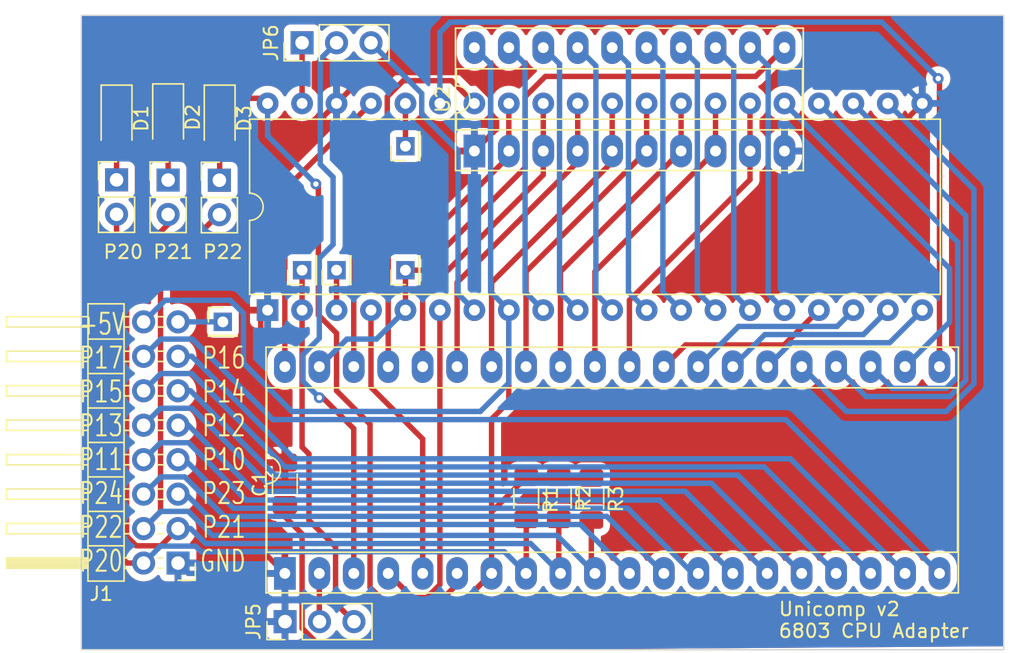
<source format=kicad_pcb>
(kicad_pcb (version 20240108) (generator "pcbnew") (generator_version "8.0")
  (layers (0 "F.Cu" signal) (31 "B.Cu" signal) (34 "B.Paste" user) (35 "F.Paste" user) (36 "B.SilkS" user "B.Silkscreen") (37 "F.SilkS" user "F.Silkscreen") (38 "B.Mask" user) (39 "F.Mask" user) (44 "Edge.Cuts" user))
  (net 0 "")
  (net 1 "+5V")
  (net 2 "GND")
  (net 3 "/P20")
  (net 4 "/P21")
  (net 5 "/P22")
  (net 6 "/~{NMI}")
  (net 7 "/~{IRQ1}")
  (net 8 "/~{RST}")
  (net 9 "/P23")
  (net 10 "/P24")
  (net 11 "/P10")
  (net 12 "/P11")
  (net 13 "/P12")
  (net 14 "/P13")
  (net 15 "/P14")
  (net 16 "/P15")
  (net 17 "/P16")
  (net 18 "/P17")
  (net 19 "/A15")
  (net 20 "/A14")
  (net 21 "/A13")
  (net 22 "/A12")
  (net 23 "/A11")
  (net 24 "/A10")
  (net 25 "/A9")
  (net 26 "/A8")
  (net 27 "/D7")
  (net 28 "/D6")
  (net 29 "/D5")
  (net 30 "/D4")
  (net 31 "/D3")
  (net 32 "/D2")
  (net 33 "/D1")
  (net 34 "/D0")
  (net 35 "/R{slash}~{W}")
  (net 36 "/AS")
  (net 37 "/A0")
  (net 38 "/A1")
  (net 39 "/A2")
  (net 40 "/A3")
  (net 41 "/A4")
  (net 42 "/A5")
  (net 43 "/A6")
  (net 44 "/A7")
  (net 45 "/PHI2")
  (net 46 "/CPUCLK")
  (net 47 "+5C")
  (net 48 "Net-(J1-Pin_15)")
  (net 49 "Net-(D1-A)")
  (net 50 "Net-(D2-A)")
  (net 51 "Net-(D3-A)")
  (net 52 "Net-(J3-Pin_1)")
  (net 53 "Net-(J4-Pin_1)")
  (net 54 "/~{HALT}")
  (net 55 "Net-(JP5-C)")
  (net 56 "Net-(JP6-C)")
  (net 57 "/BA")
  (footprint "Connector_PinHeader_2.54mm:PinHeader_2x08_P2.54mm_Horizontal" (layer "F.Cu") (at 167.132 71.374 180)
    (property "Reference" "J1" (at 5.655 -2.27 0) (layer "F.SilkS"))
    (property "Value" "Conn_02x08_Odd_Even" (hide yes))
    (pad "1" thru_hole rect (at 0 0 180) (size 1.7 1.7) (drill 1) (layers "*.Cu" "*.Mask") (net 2 "GND"))
    (pad "2" thru_hole oval (at 2.54 0 180) (size 1.7 1.7) (drill 1) (layers "*.Cu" "*.Mask") (net 3 "/P20"))
    (pad "3" thru_hole oval (at 0 2.54 180) (size 1.7 1.7) (drill 1) (layers "*.Cu" "*.Mask") (net 4 "/P21"))
    (pad "4" thru_hole oval (at 2.54 2.54 180) (size 1.7 1.7) (drill 1) (layers "*.Cu" "*.Mask") (net 5 "/P22"))
    (pad "5" thru_hole oval (at 0 5.08 180) (size 1.7 1.7) (drill 1) (layers "*.Cu" "*.Mask") (net 9 "/P23"))
    (pad "6" thru_hole oval (at 2.54 5.08 180) (size 1.7 1.7) (drill 1) (layers "*.Cu" "*.Mask") (net 10 "/P24"))
    (pad "7" thru_hole oval (at 0 7.62 180) (size 1.7 1.7) (drill 1) (layers "*.Cu" "*.Mask") (net 11 "/P10"))
    (pad "8" thru_hole oval (at 2.54 7.62 180) (size 1.7 1.7) (drill 1) (layers "*.Cu" "*.Mask") (net 12 "/P11"))
    (pad "9" thru_hole oval (at 0 10.16 180) (size 1.7 1.7) (drill 1) (layers "*.Cu" "*.Mask") (net 13 "/P12"))
    (pad "10" thru_hole oval (at 2.54 10.16 180) (size 1.7 1.7) (drill 1) (layers "*.Cu" "*.Mask") (net 14 "/P13"))
    (pad "11" thru_hole oval (at 0 12.7 180) (size 1.7 1.7) (drill 1) (layers "*.Cu" "*.Mask") (net 15 "/P14"))
    (pad "12" thru_hole oval (at 2.54 12.7 180) (size 1.7 1.7) (drill 1) (layers "*.Cu" "*.Mask") (net 16 "/P15"))
    (pad "13" thru_hole oval (at 0 15.24 180) (size 1.7 1.7) (drill 1) (layers "*.Cu" "*.Mask") (net 17 "/P16"))
    (pad "14" thru_hole oval (at 2.54 15.24 180) (size 1.7 1.7) (drill 1) (layers "*.Cu" "*.Mask") (net 18 "/P17"))
    (pad "15" thru_hole oval (at 0 17.78 180) (size 1.7 1.7) (drill 1) (layers "*.Cu" "*.Mask") (net 48 "Net-(J1-Pin_15)"))
    (pad "16" thru_hole oval (at 2.54 17.78 180) (size 1.7 1.7) (drill 1) (layers "*.Cu" "*.Mask") (net 1 "+5V"))
  )
  (footprint "Connector_PinHeader_2.54mm:PinHeader_1x02_P2.54mm_Vertical" (layer "F.Cu") (at 170.18 43.154)
    (property "Reference" "JP3" (hide yes))
    (property "Value" "Mode")
    (pad "1" thru_hole rect (at 0 0) (size 1.7 1.7) (drill 1) (layers "*.Cu" "*.Mask") (net 51 "Net-(D3-A)"))
    (pad "2" thru_hole oval (at 0 2.54) (size 1.7 1.7) (drill 1) (layers "*.Cu" "*.Mask") (net 5 "/P22"))
  )
  (footprint "Capacitor_SMD:C_1206_3216Metric_Pad1.33x1.80mm_HandSolder" (layer "F.Cu") (at 175.006 65.532 90)
    (property "Reference" "C1" (at 0 -1.85 90) (layer "F.SilkS"))
    (property "Value" "100n")
    (pad "1" smd roundrect (at -1.5625 0 90) (size 1.325 1.8) (layers "F.Cu" "F.Paste" "F.Mask") (roundrect_rratio 0.1886792453) (net 1 "+5V"))
    (pad "2" smd roundrect (at 1.5625 0 90) (size 1.325 1.8) (layers "F.Cu" "F.Paste" "F.Mask") (roundrect_rratio 0.1886792453) (net 2 "GND"))
  )
  (footprint "Connector_PinHeader_2.54mm:PinHeader_1x02_P2.54mm_Vertical" (layer "F.Cu") (at 162.6 43.125)
    (property "Reference" "JP1" (hide yes))
    (property "Value" "Mode")
    (pad "1" thru_hole rect (at 0 0) (size 1.7 1.7) (drill 1) (layers "*.Cu" "*.Mask") (net 49 "Net-(D1-A)"))
    (pad "2" thru_hole oval (at 0 2.54) (size 1.7 1.7) (drill 1) (layers "*.Cu" "*.Mask") (net 3 "/P20"))
  )
  (footprint "Connector_PinHeader_2.54mm:PinHeader_1x03_P2.54mm_Vertical" (layer "F.Cu") (at 175.021 75.692 90)
    (property "Reference" "JP5" (at 0 -2.33 90) (layer "F.SilkS"))
    (property "Value" "HALT/XTAL")
    (pad "1" thru_hole rect (at 0 0 90) (size 1.7 1.7) (drill 1) (layers "*.Cu" "*.Mask") (net 2 "GND"))
    (pad "2" thru_hole oval (at 0 2.54 90) (size 1.7 1.7) (drill 1) (layers "*.Cu" "*.Mask") (net 55 "Net-(JP5-C)"))
    (pad "3" thru_hole oval (at 0 5.08 90) (size 1.7 1.7) (drill 1) (layers "*.Cu" "*.Mask") (net 54 "/~{HALT}"))
  )
  (footprint "Connector_PinHeader_2.00mm:PinHeader_1x01_P2.00mm_Vertical" (layer "F.Cu") (at 183.896 40.64 90)
    (property "Reference" "J4" (hide yes))
    (property "Value" ".")
    (pad "1" thru_hole rect (at 0 0 90) (size 1.35 1.35) (drill 0.8) (layers "*.Cu" "*.Mask") (net 53 "Net-(J4-Pin_1)"))
  )
  (footprint "Package_DIP:DIP-40_W15.24mm" (layer "F.Cu") (at 173.736 52.7304 90)
    (property "Reference" "U3" (hide yes))
    (property "Value" "MC6802")
    (pad "1" thru_hole rect (at 0 0 90) (size 1.6 1.6) (drill 0.8) (layers "*.Cu" "*.Mask") (net 2 "GND"))
    (pad "2" thru_hole oval (at 0 2.54 90) (size 1.6 1.6) (drill 0.8) (layers "*.Cu" "*.Mask") (net 54 "/~{HALT}"))
    (pad "3" thru_hole oval (at 0 5.08 90) (size 1.6 1.6) (drill 0.8) (layers "*.Cu" "*.Mask") (net 52 "Net-(J3-Pin_1)"))
    (pad "4" thru_hole oval (at 0 7.62 90) (size 1.6 1.6) (drill 0.8) (layers "*.Cu" "*.Mask") (net 7 "/~{IRQ1}"))
    (pad "5" thru_hole oval (at 0 10.16 90) (size 1.6 1.6) (drill 0.8) (layers "*.Cu" "*.Mask") (net 36 "/AS"))
    (pad "6" thru_hole oval (at 0 12.7 90) (size 1.6 1.6) (drill 0.8) (layers "*.Cu" "*.Mask") (net 6 "/~{NMI}"))
    (pad "7" thru_hole oval (at 0 15.24 90) (size 1.6 1.6) (drill 0.8) (layers "*.Cu" "*.Mask") (net 57 "/BA"))
    (pad "8" thru_hole oval (at 0 17.78 90) (size 1.6 1.6) (drill 0.8) (layers "*.Cu" "*.Mask") (net 1 "+5V"))
    (pad "9" thru_hole oval (at 0 20.32 90) (size 1.6 1.6) (drill 0.8) (layers "*.Cu" "*.Mask") (net 37 "/A0"))
    (pad "10" thru_hole oval (at 0 22.86 90) (size 1.6 1.6) (drill 0.8) (layers "*.Cu" "*.Mask") (net 38 "/A1"))
    (pad "11" thru_hole oval (at 0 25.4 90) (size 1.6 1.6) (drill 0.8) (layers "*.Cu" "*.Mask") (net 39 "/A2"))
    (pad "12" thru_hole oval (at 0 27.94 90) (size 1.6 1.6) (drill 0.8) (layers "*.Cu" "*.Mask") (net 40 "/A3"))
    (pad "13" thru_hole oval (at 0 30.48 90) (size 1.6 1.6) (drill 0.8) (layers "*.Cu" "*.Mask") (net 41 "/A4"))
    (pad "14" thru_hole oval (at 0 33.02 90) (size 1.6 1.6) (drill 0.8) (layers "*.Cu" "*.Mask") (net 42 "/A5"))
    (pad "15" thru_hole oval (at 0 35.56 90) (size 1.6 1.6) (drill 0.8) (layers "*.Cu" "*.Mask") (net 43 "/A6"))
    (pad "16" thru_hole oval (at 0 38.1 90) (size 1.6 1.6) (drill 0.8) (layers "*.Cu" "*.Mask") (net 44 "/A7"))
    (pad "17" thru_hole oval (at 0 40.64 90) (size 1.6 1.6) (drill 0.8) (layers "*.Cu" "*.Mask") (net 26 "/A8"))
    (pad "18" thru_hole oval (at 0 43.18 90) (size 1.6 1.6) (drill 0.8) (layers "*.Cu" "*.Mask") (net 25 "/A9"))
    (pad "19" thru_hole oval (at 0 45.72 90) (size 1.6 1.6) (drill 0.8) (layers "*.Cu" "*.Mask") (net 24 "/A10"))
    (pad "20" thru_hole oval (at 0 48.26 90) (size 1.6 1.6) (drill 0.8) (layers "*.Cu" "*.Mask") (net 23 "/A11"))
    (pad "21" thru_hole oval (at 15.24 48.26 90) (size 1.6 1.6) (drill 0.8) (layers "*.Cu" "*.Mask") (net 2 "GND"))
    (pad "22" thru_hole oval (at 15.24 45.72 90) (size 1.6 1.6) (drill 0.8) (layers "*.Cu" "*.Mask") (net 22 "/A12"))
    (pad "23" thru_hole oval (at 15.24 43.18 90) (size 1.6 1.6) (drill 0.8) (layers "*.Cu" "*.Mask") (net 21 "/A13"))
    (pad "24" thru_hole oval (at 15.24 40.64 90) (size 1.6 1.6) (drill 0.8) (layers "*.Cu" "*.Mask") (net 20 "/A14"))
    (pad "25" thru_hole oval (at 15.24 38.1 90) (size 1.6 1.6) (drill 0.8) (layers "*.Cu" "*.Mask") (net 19 "/A15"))
    (pad "26" thru_hole oval (at 15.24 35.56 90) (size 1.6 1.6) (drill 0.8) (layers "*.Cu" "*.Mask") (net 27 "/D7"))
    (pad "27" thru_hole oval (at 15.24 33.02 90) (size 1.6 1.6) (drill 0.8) (layers "*.Cu" "*.Mask") (net 28 "/D6"))
    (pad "28" thru_hole oval (at 15.24 30.48 90) (size 1.6 1.6) (drill 0.8) (layers "*.Cu" "*.Mask") (net 29 "/D5"))
    (pad "29" thru_hole oval (at 15.24 27.94 90) (size 1.6 1.6) (drill 0.8) (layers "*.Cu" "*.Mask") (net 30 "/D4"))
    (pad "30" thru_hole oval (at 15.24 25.4 90) (size 1.6 1.6) (drill 0.8) (layers "*.Cu" "*.Mask") (net 31 "/D3"))
    (pad "31" thru_hole oval (at 15.24 22.86 90) (size 1.6 1.6) (drill 0.8) (layers "*.Cu" "*.Mask") (net 32 "/D2"))
    (pad "32" thru_hole oval (at 15.24 20.32 90) (size 1.6 1.6) (drill 0.8) (layers "*.Cu" "*.Mask") (net 33 "/D1"))
    (pad "33" thru_hole oval (at 15.24 17.78 90) (size 1.6 1.6) (drill 0.8) (layers "*.Cu" "*.Mask") (net 34 "/D0"))
    (pad "34" thru_hole oval (at 15.24 15.24 90) (size 1.6 1.6) (drill 0.8) (layers "*.Cu" "*.Mask") (net 35 "/R{slash}~{W}"))
    (pad "35" thru_hole oval (at 15.24 12.7 90) (size 1.6 1.6) (drill 0.8) (layers "*.Cu" "*.Mask") (net 47 "+5C"))
    (pad "36" thru_hole oval (at 15.24 10.16 90) (size 1.6 1.6) (drill 0.8) (layers "*.Cu" "*.Mask") (net 53 "Net-(J4-Pin_1)"))
    (pad "37" thru_hole oval (at 15.24 7.62 90) (size 1.6 1.6) (drill 0.8) (layers "*.Cu" "*.Mask") (net 45 "/PHI2"))
    (pad "38" thru_hole oval (at 15.24 5.08 90) (size 1.6 1.6) (drill 0.8) (layers "*.Cu" "*.Mask") (net 2 "GND"))
    (pad "39" thru_hole oval (at 15.24 2.54 90) (size 1.6 1.6) (drill 0.8) (layers "*.Cu" "*.Mask") (net 46 "/CPUCLK"))
    (pad "40" thru_hole oval (at 15.24 0 90) (size 1.6 1.6) (drill 0.8) (layers "*.Cu" "*.Mask") (net 8 "/~{RST}"))
  )
  (footprint "Resistor_SMD:R_1206_3216Metric_Pad1.30x1.75mm_HandSolder" (layer "F.Cu") (at 197.6 66.65 -90)
    (property "Reference" "R3" (at 0 -1.82 90) (layer "F.SilkS"))
    (property "Value" "22k")
    (pad "1" smd roundrect (at -1.55 0 270) (size 1.3 1.75) (layers "F.Cu" "F.Paste" "F.Mask") (roundrect_rratio 0.1923076923) (net 1 "+5V"))
    (pad "2" smd roundrect (at 1.55 0 270) (size 1.3 1.75) (layers "F.Cu" "F.Paste" "F.Mask") (roundrect_rratio 0.1923076923) (net 5 "/P22"))
  )
  (footprint "Connector_PinHeader_2.54mm:PinHeader_1x02_P2.54mm_Vertical" (layer "F.Cu") (at 166.4 43.139)
    (property "Reference" "JP2" (hide yes))
    (property "Value" "Mode")
    (pad "1" thru_hole rect (at 0 0) (size 1.7 1.7) (drill 1) (layers "*.Cu" "*.Mask") (net 50 "Net-(D2-A)"))
    (pad "2" thru_hole oval (at 0 2.54) (size 1.7 1.7) (drill 1) (layers "*.Cu" "*.Mask") (net 4 "/P21"))
  )
  (footprint "Connector_PinHeader_2.00mm:PinHeader_1x01_P2.00mm_Vertical" (layer "F.Cu") (at 170.434 53.594)
    (property "Reference" "J2" (hide yes))
    (property "Value" ".")
    (pad "1" thru_hole rect (at 0 0) (size 1.35 1.35) (drill 0.8) (layers "*.Cu" "*.Mask") (net 48 "Net-(J1-Pin_15)"))
  )
  (footprint "Connector_PinHeader_2.00mm:PinHeader_1x01_P2.00mm_Vertical" (layer "F.Cu") (at 176.276 49.784 90)
    (property "Reference" "J5" (hide yes))
    (property "Value" ".")
    (pad "1" thru_hole rect (at 0 0 90) (size 1.35 1.35) (drill 0.8) (layers "*.Cu" "*.Mask") (net 54 "/~{HALT}"))
  )
  (footprint "Connector_PinHeader_2.00mm:PinHeader_1x01_P2.00mm_Vertical" (layer "F.Cu") (at 183.896 49.784 90)
    (property "Reference" "J6" (hide yes))
    (property "Value" ".")
    (pad "1" thru_hole rect (at 0 0 90) (size 1.35 1.35) (drill 0.8) (layers "*.Cu" "*.Mask") (net 36 "/AS"))
  )
  (footprint "Diode_SMD:D_1206_3216Metric_Pad1.42x1.75mm_HandSolder" (layer "F.Cu") (at 166.4 38.5125 -90)
    (property "Reference" "D2" (at 0 -1.82 90) (layer "F.SilkS"))
    (property "Value" "1N4148")
    (pad "1" smd roundrect (at -1.4875 0 270) (size 1.425 1.75) (layers "F.Cu" "F.Paste" "F.Mask") (roundrect_rratio 0.1754392982) (net 8 "/~{RST}"))
    (pad "2" smd roundrect (at 1.4875 0 270) (size 1.425 1.75) (layers "F.Cu" "F.Paste" "F.Mask") (roundrect_rratio 0.1754392982) (net 50 "Net-(D2-A)"))
  )
  (footprint "Resistor_SMD:R_1206_3216Metric_Pad1.30x1.75mm_HandSolder" (layer "F.Cu") (at 192.8 66.6 -90)
    (property "Reference" "R1" (at 0.1156 -1.8064 90) (layer "F.SilkS"))
    (property "Value" "22k")
    (pad "1" smd roundrect (at -1.55 0 270) (size 1.3 1.75) (layers "F.Cu" "F.Paste" "F.Mask") (roundrect_rratio 0.1923076923) (net 1 "+5V"))
    (pad "2" smd roundrect (at 1.55 0 270) (size 1.3 1.75) (layers "F.Cu" "F.Paste" "F.Mask") (roundrect_rratio 0.1923076923) (net 3 "/P20"))
  )
  (footprint "Package_DIP:DIP-40_W15.24mm_Socket_LongPads" (layer "F.Cu") (at 175.006 72.136 90)
    (property "Reference" "U1" (hide yes))
    (property "Value" "MC6803")
    (pad "1" thru_hole rect (at 0 0 90) (size 2.4 1.6) (drill 0.8) (layers "*.Cu" "*.Mask") (net 2 "GND"))
    (pad "2" thru_hole oval (at 0 2.54 90) (size 2.4 1.6) (drill 0.8) (layers "*.Cu" "*.Mask") (net 55 "Net-(JP5-C)"))
    (pad "3" thru_hole oval (at 0 5.08 90) (size 2.4 1.6) (drill 0.8) (layers "*.Cu" "*.Mask") (net 56 "Net-(JP6-C)"))
    (pad "4" thru_hole oval (at 0 7.62 90) (size 2.4 1.6) (drill 0.8) (layers "*.Cu" "*.Mask") (net 6 "/~{NMI}"))
    (pad "5" thru_hole oval (at 0 10.16 90) (size 2.4 1.6) (drill 0.8) (layers "*.Cu" "*.Mask") (net 7 "/~{IRQ1}"))
    (pad "6" thru_hole oval (at 0 12.7 90) (size 2.4 1.6) (drill 0.8) (layers "*.Cu" "*.Mask") (net 8 "/~{RST}"))
    (pad "7" thru_hole oval (at 0 15.24 90) (size 2.4 1.6) (drill 0.8) (layers "*.Cu" "*.Mask") (net 1 "+5V"))
    (pad "8" thru_hole oval (at 0 17.78 90) (size 2.4 1.6) (drill 0.8) (layers "*.Cu" "*.Mask") (net 3 "/P20"))
    (pad "9" thru_hole oval (at 0 20.32 90) (size 2.4 1.6) (drill 0.8) (layers "*.Cu" "*.Mask") (net 4 "/P21"))
    (pad "10" thru_hole oval (at 0 22.86 90) (size 2.4 1.6) (drill 0.8) (layers "*.Cu" "*.Mask") (net 5 "/P22"))
    (pad "11" thru_hole oval (at 0 25.4 90) (size 2.4 1.6) (drill 0.8) (layers "*.Cu" "*.Mask") (net 9 "/P23"))
    (pad "12" thru_hole oval (at 0 27.94 90) (size 2.4 1.6) (drill 0.8) (layers "*.Cu" "*.Mask") (net 10 "/P24"))
    (pad "13" thru_hole oval (at 0 30.48 90) (size 2.4 1.6) (drill 0.8) (layers "*.Cu" "*.Mask") (net 11 "/P10"))
    (pad "14" thru_hole oval (at 0 33.02 90) (size 2.4 1.6) (drill 0.8) (layers "*.Cu" "*.Mask") (net 12 "/P11"))
    (pad "15" thru_hole oval (at 0 35.56 90) (size 2.4 1.6) (drill 0.8) (layers "*.Cu" "*.Mask") (net 13 "/P12"))
    (pad "16" thru_hole oval (at 0 38.1 90) (size 2.4 1.6) (drill 0.8) (layers "*.Cu" "*.Mask") (net 14 "/P13"))
    (pad "17" thru_hole oval (at 0 40.64 90) (size 2.4 1.6) (drill 0.8) (layers "*.Cu" "*.Mask") (net 15 "/P14"))
    (pad "18" thru_hole oval (at 0 43.18 90) (size 2.4 1.6) (drill 0.8) (layers "*.Cu" "*.Mask") (net 16 "/P15"))
    (pad "19" thru_hole oval (at 0 45.72 90) (size 2.4 1.6) (drill 0.8) (layers "*.Cu" "*.Mask") (net 17 "/P16"))
    (pad "20" thru_hole oval (at 0 48.26 90) (size 2.4 1.6) (drill 0.8) (layers "*.Cu" "*.Mask") (net 18 "/P17"))
    (pad "21" thru_hole oval (at 15.24 48.26 90) (size 2.4 1.6) (drill 0.8) (layers "*.Cu" "*.Mask") (net 47 "+5C"))
    (pad "22" thru_hole oval (at 15.24 45.72 90) (size 2.4 1.6) (drill 0.8) (layers "*.Cu" "*.Mask") (net 19 "/A15"))
    (pad "23" thru_hole oval (at 15.24 43.18 90) (size 2.4 1.6) (drill 0.8) (layers "*.Cu" "*.Mask") (net 20 "/A14"))
    (pad "24" thru_hole oval (at 15.24 40.64 90) (size 2.4 1.6) (drill 0.8) (layers "*.Cu" "*.Mask") (net 21 "/A13"))
    (pad "25" thru_hole oval (at 15.24 38.1 90) (size 2.4 1.6) (drill 0.8) (layers "*.Cu" "*.Mask") (net 22 "/A12"))
    (pad "26" thru_hole oval (at 15.24 35.56 90) (size 2.4 1.6) (drill 0.8) (layers "*.Cu" "*.Mask") (net 23 "/A11"))
    (pad "27" thru_hole oval (at 15.24 33.02 90) (size 2.4 1.6) (drill 0.8) (layers "*.Cu" "*.Mask") (net 24 "/A10"))
    (pad "28" thru_hole oval (at 15.24 30.48 90) (size 2.4 1.6) (drill 0.8) (layers "*.Cu" "*.Mask") (net 25 "/A9"))
    (pad "29" thru_hole oval (at 15.24 27.94 90) (size 2.4 1.6) (drill 0.8) (layers "*.Cu" "*.Mask") (net 26 "/A8"))
    (pad "30" thru_hole oval (at 15.24 25.4 90) (size 2.4 1.6) (drill 0.8) (layers "*.Cu" "*.Mask") (net 27 "/D7"))
    (pad "31" thru_hole oval (at 15.24 22.86 90) (size 2.4 1.6) (drill 0.8) (layers "*.Cu" "*.Mask") (net 28 "/D6"))
    (pad "32" thru_hole oval (at 15.24 20.32 90) (size 2.4 1.6) (drill 0.8) (layers "*.Cu" "*.Mask") (net 29 "/D5"))
    (pad "33" thru_hole oval (at 15.24 17.78 90) (size 2.4 1.6) (drill 0.8) (layers "*.Cu" "*.Mask") (net 30 "/D4"))
    (pad "34" thru_hole oval (at 15.24 15.24 90) (size 2.4 1.6) (drill 0.8) (layers "*.Cu" "*.Mask") (net 31 "/D3"))
    (pad "35" thru_hole oval (at 15.24 12.7 90) (size 2.4 1.6) (drill 0.8) (layers "*.Cu" "*.Mask") (net 32 "/D2"))
    (pad "36" thru_hole oval (at 15.24 10.16 90) (size 2.4 1.6) (drill 0.8) (layers "*.Cu" "*.Mask") (net 33 "/D1"))
    (pad "37" thru_hole oval (at 15.24 7.62 90) (size 2.4 1.6) (drill 0.8) (layers "*.Cu" "*.Mask") (net 34 "/D0"))
    (pad "38" thru_hole oval (at 15.24 5.08 90) (size 2.4 1.6) (drill 0.8) (layers "*.Cu" "*.Mask") (net 35 "/R{slash}~{W}"))
    (pad "39" thru_hole oval (at 15.24 2.54 90) (size 2.4 1.6) (drill 0.8) (layers "*.Cu" "*.Mask") (net 36 "/AS"))
    (pad "40" thru_hole oval (at 15.24 0 90) (size 2.4 1.6) (drill 0.8) (layers "*.Cu" "*.Mask") (net 45 "/PHI2"))
  )
  (footprint "Connector_PinHeader_2.54mm:PinHeader_1x03_P2.54mm_Vertical" (layer "F.Cu") (at 176.276 33.02 90)
    (property "Reference" "JP6" (at 0 -2.286 90) (layer "F.SilkS"))
    (property "Value" "BA/EXTAL")
    (pad "1" thru_hole rect (at 0 0 90) (size 1.7 1.7) (drill 1) (layers "*.Cu" "*.Mask") (net 46 "/CPUCLK"))
    (pad "2" thru_hole oval (at 0 2.54 90) (size 1.7 1.7) (drill 1) (layers "*.Cu" "*.Mask") (net 56 "Net-(JP6-C)"))
    (pad "3" thru_hole oval (at 0 5.08 90) (size 1.7 1.7) (drill 1) (layers "*.Cu" "*.Mask") (net 57 "/BA"))
  )
  (footprint "Diode_SMD:D_1206_3216Metric_Pad1.42x1.75mm_HandSolder" (layer "F.Cu") (at 170.2 38.6 -90)
    (property "Reference" "D3" (at 0 -1.82 90) (layer "F.SilkS"))
    (property "Value" "1N4148")
    (pad "1" smd roundrect (at -1.4875 0 270) (size 1.425 1.75) (layers "F.Cu" "F.Paste" "F.Mask") (roundrect_rratio 0.1754392982) (net 8 "/~{RST}"))
    (pad "2" smd roundrect (at 1.4875 0 270) (size 1.425 1.75) (layers "F.Cu" "F.Paste" "F.Mask") (roundrect_rratio 0.1754392982) (net 51 "Net-(D3-A)"))
  )
  (footprint "Package_DIP:DIP-20_W7.62mm_Socket_LongPads" (layer "F.Cu") (at 188.976 41 90)
    (property "Reference" "U2" (at 3.81 -2.33 90) (layer "F.SilkS"))
    (property "Value" "74LS573")
    (pad "1" thru_hole rect (at 0 0 90) (size 2.4 1.6) (drill 0.8) (layers "*.Cu" "*.Mask") (net 2 "GND"))
    (pad "2" thru_hole oval (at 0 2.54 90) (size 2.4 1.6) (drill 0.8) (layers "*.Cu" "*.Mask") (net 34 "/D0"))
    (pad "3" thru_hole oval (at 0 5.08 90) (size 2.4 1.6) (drill 0.8) (layers "*.Cu" "*.Mask") (net 33 "/D1"))
    (pad "4" thru_hole oval (at 0 7.62 90) (size 2.4 1.6) (drill 0.8) (layers "*.Cu" "*.Mask") (net 32 "/D2"))
    (pad "5" thru_hole oval (at 0 10.16 90) (size 2.4 1.6) (drill 0.8) (layers "*.Cu" "*.Mask") (net 31 "/D3"))
    (pad "6" thru_hole oval (at 0 12.7 90) (size 2.4 1.6) (drill 0.8) (layers "*.Cu" "*.Mask") (net 30 "/D4"))
    (pad "7" thru_hole oval (at 0 15.24 90) (size 2.4 1.6) (drill 0.8) (layers "*.Cu" "*.Mask") (net 29 "/D5"))
    (pad "8" thru_hole oval (at 0 17.78 90) (size 2.4 1.6) (drill 0.8) (layers "*.Cu" "*.Mask") (net 28 "/D6"))
    (pad "9" thru_hole oval (at 0 20.32 90) (size 2.4 1.6) (drill 0.8) (layers "*.Cu" "*.Mask") (net 27 "/D7"))
    (pad "10" thru_hole oval (at 0 22.86 90) (size 2.4 1.6) (drill 0.8) (layers "*.Cu" "*.Mask") (net 2 "GND"))
    (pad "11" thru_hole oval (at 7.62 22.86 90) (size 2.4 1.6) (drill 0.8) (layers "*.Cu" "*.Mask") (net 36 "/AS"))
    (pad "12" thru_hole oval (at 7.62 20.32 90) (size 2.4 1.6) (drill 0.8) (layers "*.Cu" "*.Mask") (net 44 "/A7"))
    (pad "13" thru_hole oval (at 7.62 17.78 90) (size 2.4 1.6) (drill 0.8) (layers "*.Cu" "*.Mask") (net 43 "/A6"))
    (pad "14" thru_hole oval (at 7.62 15.24 90) (size 2.4 1.6) (drill 0.8) (layers "*.Cu" "*.Mask") (net 42 "/A5"))
    (pad "15" thru_hole oval (at 7.62 12.7 90) (size 2.4 1.6) (drill 0.8) (layers "*.Cu" "*.Mask") (net 41 "/A4"))
    (pad "16" thru_hole oval (at 7.62 10.16 90) (size 2.4 1.6) (drill 0.8) (layers "*.Cu" "*.Mask") (net 40 "/A3"))
    (pad "17" thru_hole oval (at 7.62 7.62 90) (size 2.4 1.6) (drill 0.8) (layers "*.Cu" "*.Mask") (net 39 "/A2"))
    (pad "18" thru_hole oval (at 7.62 5.08 90) (size 2.4 1.6) (drill 0.8) (layers "*.Cu" "*.Mask") (net 38 "/A1"))
    (pad "19" thru_hole oval (at 7.62 2.54 90) (size 2.4 1.6) (drill 0.8) (layers "*.Cu" "*.Mask") (net 37 "/A0"))
    (pad "20" thru_hole oval (at 7.62 0 90) (size 2.4 1.6) (drill 0.8) (layers "*.Cu" "*.Mask") (net 1 "+5V"))
  )
  (footprint "Resistor_SMD:R_1206_3216Metric_Pad1.30x1.75mm_HandSolder" (layer "F.Cu") (at 195.2 66.6 -90)
    (property "Reference" "R2" (at 0 -1.82 90) (layer "F.SilkS"))
    (property "Value" "22k")
    (pad "1" smd roundrect (at -1.55 0 270) (size 1.3 1.75) (layers "F.Cu" "F.Paste" "F.Mask") (roundrect_rratio 0.1923076923) (net 1 "+5V"))
    (pad "2" smd roundrect (at 1.55 0 270) (size 1.3 1.75) (layers "F.Cu" "F.Paste" "F.Mask") (roundrect_rratio 0.1923076923) (net 4 "/P21"))
  )
  (footprint "Diode_SMD:D_1206_3216Metric_Pad1.42x1.75mm_HandSolder" (layer "F.Cu") (at 162.6 38.6 -90)
    (property "Reference" "D1" (at 0 -1.82 90) (layer "F.SilkS"))
    (property "Value" "1N4148")
    (pad "1" smd roundrect (at -1.4875 0 270) (size 1.425 1.75) (layers "F.Cu" "F.Paste" "F.Mask") (roundrect_rratio 0.1754392982) (net 8 "/~{RST}"))
    (pad "2" smd roundrect (at 1.4875 0 270) (size 1.425 1.75) (layers "F.Cu" "F.Paste" "F.Mask") (roundrect_rratio 0.1754392982) (net 49 "Net-(D1-A)"))
  )
  (footprint "Connector_PinHeader_2.00mm:PinHeader_1x01_P2.00mm_Vertical" (layer "F.Cu") (at 178.816 49.784 90)
    (property "Reference" "J3" (hide yes))
    (property "Value" ".")
    (pad "1" thru_hole rect (at 0 0 90) (size 1.35 1.35) (drill 0.8) (layers "*.Cu" "*.Mask") (net 52 "Net-(J3-Pin_1)"))
  )
  (gr_rect (start 160 31) (end 228 77.762) (stroke (width 0.1)) (fill none) (layer "Edge.Cuts"))
  (gr_text "P16\nP14\nP12\nP10\nP23\nP21\nGND" (at 172.212 72.136 0) (layer "F.SilkS") (effects (font (size 1.55 1.1)) (justify right bottom)))
  (gr_text "P20 P21 P22" (at 161.544 49.022 0) (layer "F.SilkS") (effects (font (size 1 1)) (justify left bottom)))
  (gr_text "Unicomp v2\n6803 CPU Adapter" (at 211.328 76.962 0) (layer "F.SilkS") (effects (font (size 1 1)) (justify left bottom)))
  (gr_text "+5V\nP17\nP15\nP13\nP11\nP24\nP22\nP20" (at 159.766 72.136 0) (layer "F.SilkS") (effects (font (size 1.55 1.1)) (justify left bottom)))
  (segment (start 192.85 65.1) (end 192.8 65.05) (width 0.4) (layer "F.Cu") (net 1))
  (segment (start 192.8 65.05) (end 190.246 67.604) (width 0.4) (layer "F.Cu") (net 1))
  (segment (start 176.276 76.174767) (end 176.276 69.223056) (width 0.4) (layer "F.Cu") (net 1))
  (segment (start 185.166 77.216) (end 177.317233 77.216) (width 0.4) (layer "F.Cu") (net 1))
  (segment (start 175.006 67.953056) (end 175.006 67.0945) (width 0.4) (layer "F.Cu") (net 1))
  (segment (start 176.276 69.223056) (end 175.006 67.953056) (width 0.4) (layer "F.Cu") (net 1))
  (segment (start 197.6 65.1) (end 192.85 65.1) (width 0.4) (layer "F.Cu") (net 1))
  (segment (start 191.516 59.484) (end 191.516 52.7304) (width 0.4) (layer "F.Cu") (net 1))
  (segment (start 177.317233 77.216) (end 176.276 76.174767) (width 0.4) (layer "F.Cu") (net 1))
  (segment (start 190.246 60.754) (end 191.516 59.484) (width 0.4) (layer "F.Cu") (net 1))
  (segment (start 190.246 72.136) (end 190.246 60.754) (width 0.4) (layer "F.Cu") (net 1))
  (segment (start 190.246 72.136) (end 185.166 77.216) (width 0.4) (layer "F.Cu") (net 1))
  (segment (start 190.176 34.58) (end 188.976 33.38) (width 0.4) (layer "B.Cu") (net 1))
  (segment (start 191.516 58.098082) (end 191.516 52.7304) (width 0.4) (layer "B.Cu") (net 1))
  (segment (start 171.958 56.642) (end 175.514 60.198) (width 0.4) (layer "B.Cu") (net 1))
  (segment (start 164.592 53.594) (end 166.186 52) (width 0.4) (layer "B.Cu") (net 1))
  (segment (start 166.186 52) (end 170.99 52) (width 0.4) (layer "B.Cu") (net 1))
  (segment (start 189.416082 60.198) (end 191.516 58.098082) (width 0.4) (layer "B.Cu") (net 1))
  (segment (start 171.958 52.968) (end 171.958 56.642) (width 0.4) (layer "B.Cu") (net 1))
  (segment (start 170.99 52) (end 171.958 52.968) (width 0.4) (layer "B.Cu") (net 1))
  (segment (start 190.176 51.3904) (end 190.176 34.58) (width 0.4) (layer "B.Cu") (net 1))
  (segment (start 175.514 60.198) (end 189.416082 60.198) (width 0.4) (layer "B.Cu") (net 1))
  (segment (start 190.176 51.3904) (end 191.516 52.7304) (width 0.4) (layer "B.Cu") (net 1))
  (segment (start 188.976 41) (end 190.176 39.8) (width 0.4) (layer "F.Cu") (net 2))
  (segment (start 173.228 53.2384) (end 173.228 62.23) (width 0.4) (layer "F.Cu") (net 2))
  (segment (start 211.836 41) (end 218.4864 41) (width 0.4) (layer "F.Cu") (net 2))
  (segment (start 174.9675 63.9695) (end 173.228 62.23) (width 0.4) (layer "F.Cu") (net 2))
  (segment (start 175.006 63.9695) (end 174.9675 63.9695) (width 0.4) (layer "F.Cu") (net 2))
  (segment (start 175.021 75.692) (end 175.021 72.151) (width 0.4) (layer "F.Cu") (net 2))
  (segment (start 181.0924 35.214) (end 178.816 37.4904) (width 0.4) (layer "F.Cu") (net 2))
  (segment (start 173.228 62.23) (end 173.228 70.358) (width 0.4) (layer "F.Cu") (net 2))
  (segment (start 173.228 70.358) (end 175.006 72.136) (width 0.4) (layer "F.Cu") (net 2))
  (segment (start 173.736 42.5704) (end 173.736 52.7304) (width 0.4) (layer "F.Cu") (net 2))
  (segment (start 173.9392 42.3672) (end 173.736 42.5704) (width 0.4) (layer "F.Cu") (net 2))
  (segment (start 218.4864 41) (end 221.996 37.4904) (width 0.4) (layer "F.Cu") (net 2))
  (segment (start 178.816 37.4904) (end 173.9392 42.3672) (width 0.4) (layer "F.Cu") (net 2))
  (segment (start 173.736 52.7304) (end 173.228 53.2384) (width 0.4) (layer "F.Cu") (net 2))
  (segment (start 188.396657 35.214) (end 181.0924 35.214) (width 0.4) (layer "F.Cu") (net 2))
  (segment (start 190.176 36.993343) (end 188.396657 35.214) (width 0.4) (layer "F.Cu") (net 2))
  (segment (start 190.176 39.8) (end 190.176 36.993343) (width 0.4) (layer "F.Cu") (net 2))
  (segment (start 175.021 72.151) (end 175.006 72.136) (width 0.4) (layer "F.Cu") (net 2))
  (segment (start 175.006 72.136) (end 167.894 72.136) (width 0.4) (layer "B.Cu") (net 2))
  (segment (start 214.0904 36.2904) (end 220.796 36.2904) (width 0.4) (layer "B.Cu") (net 2))
  (segment (start 167.894 72.136) (end 167.132 71.374) (width 0.4) (layer "B.Cu") (net 2))
  (segment (start 220.796 36.2904) (end 221.996 37.4904) (width 0.4) (layer "B.Cu") (net 2))
  (segment (start 162.56 70.544081) (end 163.389919 71.374) (width 0.4) (layer "F.Cu") (net 3))
  (segment (start 162.6 45.665) (end 162.6 49.262) (width 0.4) (layer "F.Cu") (net 3))
  (segment (start 163.389919 71.374) (end 164.592 71.374) (width 0.4) (layer "F.Cu") (net 3))
  (segment (start 162.56 49.302) (end 162.56 70.544081) (width 0.4) (layer "F.Cu") (net 3))
  (segment (start 192.8 68.15) (end 192.8 72.122) (width 0.4) (layer "F.Cu") (net 3))
  (segment (start 162.6 49.262) (end 162.56 49.302) (width 0.4) (layer "F.Cu") (net 3))
  (segment (start 192.8 72.122) (end 192.786 72.136) (width 0.4) (layer "F.Cu") (net 3))
  (segment (start 168.422 70.124) (end 165.842 70.124) (width 0.4) (layer "B.Cu") (net 3))
  (segment (start 170.677056 70.542) (end 168.84 70.542) (width 0.4) (layer "B.Cu") (net 3))
  (segment (start 168.84 70.542) (end 168.422 70.124) (width 0.4) (layer "B.Cu") (net 3))
  (segment (start 191.186 70.536) (end 170.683056 70.536) (width 0.4) (layer "B.Cu") (net 3))
  (segment (start 165.842 70.124) (end 164.592 71.374) (width 0.4) (layer "B.Cu") (net 3))
  (segment (start 192.786 72.136) (end 191.186 70.536) (width 0.4) (layer "B.Cu") (net 3))
  (segment (start 170.683056 70.536) (end 170.677056 70.542) (width 0.4) (layer "B.Cu") (net 3))
  (segment (start 163.342 49.458) (end 163.342 69.391767) (width 0.4) (layer "F.Cu") (net 4))
  (segment (start 195.2 68.15) (end 195.2 72.01) (width 0.4) (layer "F.Cu") (net 4))
  (segment (start 165.862 70.104) (end 167.132 68.834) (width 0.4) (layer "F.Cu") (net 4))
  (segment (start 163.342 69.391767) (end 164.054233 70.104) (width 0.4) (layer "F.Cu") (net 4))
  (segment (start 164.054233 70.104) (end 165.862 70.104) (width 0.4) (layer "F.Cu") (net 4))
  (segment (start 166.4 46.4) (end 163.342 49.458) (width 0.4) (layer "F.Cu") (net 4))
  (segment (start 166.4 45.679) (end 166.4 46.4) (width 0.4) (layer "F.Cu") (net 4))
  (segment (start 195.2 72.01) (end 195.326 72.136) (width 0.4) (layer "F.Cu") (net 4))
  (segment (start 169.163472 69.936) (end 168.061472 68.834) (width 0.4) (layer "B.Cu") (net 4))
  (segment (start 195.326 72.136) (end 193.126 69.936) (width 0.4) (layer "B.Cu") (net 4))
  (segment (start 193.126 69.936) (end 169.163472 69.936) (width 0.4) (layer "B.Cu") (net 4))
  (segment (start 168.061472 68.834) (end 167.132 68.834) (width 0.4) (layer "B.Cu") (net 4))
  (segment (start 197.6 68.2) (end 197.6 71.87) (width 0.4) (layer "F.Cu") (net 5))
  (segment (start 170.106 45.694) (end 170.18 45.694) (width 0.4) (layer "F.Cu") (net 5))
  (segment (start 197.6 71.87) (end 197.866 72.136) (width 0.4) (layer "F.Cu") (net 5))
  (segment (start 165.842 67.584) (end 165.842 49.958) (width 0.4) (layer "F.Cu") (net 5))
  (segment (start 165.842 49.958) (end 170.106 45.694) (width 0.4) (layer "F.Cu") (net 5))
  (segment (start 164.592 68.834) (end 165.842 67.584) (width 0.4) (layer "F.Cu") (net 5))
  (segment (start 167.894 67.564) (end 165.862 67.564) (width 0.4) (layer "B.Cu") (net 5))
  (segment (start 165.862 67.564) (end 164.592 68.834) (width 0.4) (layer "B.Cu") (net 5))
  (segment (start 197.866 72.136) (end 195.066 69.336) (width 0.4) (layer "B.Cu") (net 5))
  (segment (start 169.666 69.336) (end 167.894 67.564) (width 0.4) (layer "B.Cu") (net 5))
  (segment (start 195.066 69.336) (end 169.666 69.336) (width 0.4) (layer "B.Cu") (net 5))
  (segment (start 185.485056 73.914) (end 184.404 73.914) (width 0.4) (layer "F.Cu") (net 6))
  (segment (start 186.436 52.7304) (end 186.436 72.963056) (width 0.4) (layer "F.Cu") (net 6))
  (segment (start 186.436 72.963056) (end 185.485056 73.914) (width 0.4) (layer "F.Cu") (net 6))
  (segment (start 184.404 73.914) (end 182.626 72.136) (width 0.4) (layer "F.Cu") (net 6))
  (segment (start 181.356 52.7304) (end 181.356 58.42) (width 0.4) (layer "F.Cu") (net 7))
  (segment (start 181.356 58.42) (end 185.166 62.23) (width 0.4) (layer "F.Cu") (net 7))
  (segment (start 185.166 62.23) (end 185.166 72.136) (width 0.4) (layer "F.Cu") (net 7))
  (segment (start 178.816 58.674) (end 178.816 54.427457) (width 0.4) (layer "F.Cu") (net 8))
  (segment (start 177.476 43.618) (end 177.292 43.434) (width 0.4) (layer "F.Cu") (net 8))
  (segment (start 177.476 53.087457) (end 177.476 43.618) (width 0.4) (layer "F.Cu") (net 8))
  (segment (start 170.2 37.1125) (end 173.3581 37.1125) (width 0.4) (layer "F.Cu") (net 8))
  (segment (start 173.3581 37.1125) (end 173.736 37.4904) (width 0.4) (layer "F.Cu") (net 8))
  (segment (start 181.286 73.174) (end 181.286 61.144) (width 0.4) (layer "F.Cu") (net 8))
  (segment (start 187.706 72.936) (end 186.128 74.514) (width 0.4) (layer "F.Cu") (net 8))
  (segment (start 182.626 74.514) (end 181.286 73.174) (width 0.4) (layer "F.Cu") (net 8))
  (segment (start 181.286 61.144) (end 178.816 58.674) (width 0.4) (layer "F.Cu") (net 8))
  (segment (start 187.706 72.136) (end 187.706 72.936) (width 0.4) (layer "F.Cu") (net 8))
  (segment (start 186.128 74.514) (end 182.626 74.514) (width 0.4) (layer "F.Cu") (net 8))
  (segment (start 162.6 37.1125) (end 170.2 37.1125) (width 0.4) (layer "F.Cu") (net 8))
  (segment (start 178.816 54.427457) (end 177.476 53.087457) (width 0.4) (layer "F.Cu") (net 8))
  (via (at 177.292 43.434) (size 0.8) (drill 0.4) (layers "F.Cu" "B.Cu") (net 8))
  (segment (start 173.736 39.878) (end 173.736 37.4904) (width 0.4) (layer "B.Cu") (net 8))
  (segment (start 177.292 43.434) (end 173.736 39.878) (width 0.4) (layer "B.Cu") (net 8))
  (segment (start 169.95336 68.532) (end 167.71536 66.294) (width 0.4) (layer "B.Cu") (net 9))
  (segment (start 167.71536 66.294) (end 167.132 66.294) (width 0.4) (layer "B.Cu") (net 9))
  (segment (start 196.802 68.532) (end 169.95336 68.532) (width 0.4) (layer "B.Cu") (net 9))
  (segment (start 200.406 72.136) (end 196.802 68.532) (width 0.4) (layer "B.Cu") (net 9))
  (segment (start 198.742 67.932) (end 170.537767 67.932) (width 0.4) (layer "B.Cu") (net 10))
  (segment (start 165.862 65.024) (end 164.592 66.294) (width 0.4) (layer "B.Cu") (net 10))
  (segment (start 202.946 72.136) (end 198.742 67.932) (width 0.4) (layer "B.Cu") (net 10))
  (segment (start 167.629767 65.024) (end 165.862 65.024) (width 0.4) (layer "B.Cu") (net 10))
  (segment (start 170.537767 67.932) (end 167.629767 65.024) (width 0.4) (layer "B.Cu") (net 10))
  (segment (start 205.086 72.136) (end 200.282 67.332) (width 0.4) (layer "B.Cu") (net 11))
  (segment (start 205.486 72.136) (end 205.086 72.136) (width 0.4) (layer "B.Cu") (net 11))
  (segment (start 171.218 67.332) (end 167.64 63.754) (width 0.4) (layer "B.Cu") (net 11))
  (segment (start 200.282 67.332) (end 171.218 67.332) (width 0.4) (layer "B.Cu") (net 11))
  (segment (start 167.64 63.754) (end 167.132 63.754) (width 0.4) (layer "B.Cu") (net 11))
  (segment (start 202.622 66.732) (end 172.142 66.732) (width 0.4) (layer "B.Cu") (net 12))
  (segment (start 165.842 62.504) (end 164.592 63.754) (width 0.4) (layer "B.Cu") (net 12))
  (segment (start 167.914 62.504) (end 165.842 62.504) (width 0.4) (layer "B.Cu") (net 12))
  (segment (start 172.142 66.732) (end 167.914 62.504) (width 0.4) (layer "B.Cu") (net 12))
  (segment (start 208.026 72.136) (end 202.622 66.732) (width 0.4) (layer "B.Cu") (net 12))
  (segment (start 167.894 61.214) (end 167.132 61.214) (width 0.4) (layer "B.Cu") (net 13))
  (segment (start 204.518 66.088) (end 172.768 66.088) (width 0.4) (layer "B.Cu") (net 13))
  (segment (start 210.566 72.136) (end 204.518 66.088) (width 0.4) (layer "B.Cu") (net 13))
  (segment (start 172.768 66.088) (end 167.894 61.214) (width 0.4) (layer "B.Cu") (net 13))
  (segment (start 206.458 65.488) (end 173.692 65.488) (width 0.4) (layer "B.Cu") (net 14))
  (segment (start 213.106 72.136) (end 206.458 65.488) (width 0.4) (layer "B.Cu") (net 14))
  (segment (start 165.842 59.964) (end 164.592 61.214) (width 0.4) (layer "B.Cu") (net 14))
  (segment (start 173.692 65.488) (end 168.168 59.964) (width 0.4) (layer "B.Cu") (net 14))
  (segment (start 168.168 59.964) (end 165.842 59.964) (width 0.4) (layer "B.Cu") (net 14))
  (segment (start 168.051239 58.674) (end 167.132 58.674) (width 0.4) (layer "B.Cu") (net 15))
  (segment (start 215.646 72.136) (end 208.398 64.888) (width 0.4) (layer "B.Cu") (net 15))
  (segment (start 174.265239 64.888) (end 168.051239 58.674) (width 0.4) (layer "B.Cu") (net 15))
  (segment (start 208.398 64.888) (end 174.265239 64.888) (width 0.4) (layer "B.Cu") (net 15))
  (segment (start 218.186 72.136) (end 210.338 64.288) (width 0.4) (layer "B.Cu") (net 16))
  (segment (start 168.148 57.404) (end 165.862 57.404) (width 0.4) (layer "B.Cu") (net 16))
  (segment (start 175.032 64.288) (end 168.148 57.404) (width 0.4) (layer "B.Cu") (net 16))
  (segment (start 210.338 64.288) (end 175.032 64.288) (width 0.4) (layer "B.Cu") (net 16))
  (segment (start 165.862 57.404) (end 164.592 58.674) (width 0.4) (layer "B.Cu") (net 16))
  (segment (start 175.702 63.688) (end 168.148 56.134) (width 0.4) (layer "B.Cu") (net 17))
  (segment (start 220.726 72.136) (end 212.278 63.688) (width 0.4) (layer "B.Cu") (net 17))
  (segment (start 212.278 63.688) (end 175.702 63.688) (width 0.4) (layer "B.Cu") (net 17))
  (segment (start 168.148 56.134) (end 167.132 56.134) (width 0.4) (layer "B.Cu") (net 17))
  (segment (start 174.125264 60.798) (end 168.191264 54.864) (width 0.4) (layer "B.Cu") (net 18))
  (segment (start 165.862 54.864) (end 164.592 56.134) (width 0.4) (layer "B.Cu") (net 18))
  (segment (start 223.266 72.136) (end 211.928 60.798) (width 0.4) (layer "B.Cu") (net 18))
  (segment (start 168.191264 54.864) (end 165.862 54.864) (width 0.4) (layer "B.Cu") (net 18))
  (segment (start 211.928 60.798) (end 174.125264 60.798) (width 0.4) (layer "B.Cu") (net 18))
  (segment (start 224.006 53.616) (end 220.726 56.896) (width 0.4) (layer "B.Cu") (net 19))
  (segment (start 224.006 49.6604) (end 224.006 53.616) (width 0.4) (layer "B.Cu") (net 19))
  (segment (start 211.836 37.4904) (end 224.006 49.6604) (width 0.4) (layer "B.Cu") (net 19))
  (segment (start 223.763056 58.496) (end 219.786 58.496) (width 0.4) (layer "B.Cu") (net 20))
  (segment (start 219.786 58.496) (end 218.186 56.896) (width 0.4) (layer "B.Cu") (net 20))
  (segment (start 224.606 47.7204) (end 224.606 57.653056) (width 0.4) (layer "B.Cu") (net 20))
  (segment (start 224.606 57.653056) (end 223.763056 58.496) (width 0.4) (layer "B.Cu") (net 20))
  (segment (start 214.376 37.4904) (end 224.606 47.7204) (width 0.4) (layer "B.Cu") (net 20))
  (segment (start 216.916 37.4904) (end 225.206 45.7804) (width 0.4) (layer "B.Cu") (net 21))
  (segment (start 225.206 57.901584) (end 224.011584 59.096) (width 0.4) (layer "B.Cu") (net 21))
  (segment (start 217.846 59.096) (end 215.646 56.896) (width 0.4) (layer "B.Cu") (net 21))
  (segment (start 224.011584 59.096) (end 217.846 59.096) (width 0.4) (layer "B.Cu") (net 21))
  (segment (start 225.206 45.7804) (end 225.206 57.901584) (width 0.4) (layer "B.Cu") (net 21))
  (segment (start 225.806 43.8404) (end 225.806 58.150112) (width 0.4) (layer "B.Cu") (net 22))
  (segment (start 219.456 37.4904) (end 225.806 43.8404) (width 0.4) (layer "B.Cu") (net 22))
  (segment (start 225.806 58.150112) (end 223.758112 60.198) (width 0.4) (layer "B.Cu") (net 22))
  (segment (start 216.408 60.198) (end 213.106 56.896) (width 0.4) (layer "B.Cu") (net 22))
  (segment (start 223.758112 60.198) (end 216.408 60.198) (width 0.4) (layer "B.Cu") (net 22))
  (segment (start 219.596 55.1304) (end 221.996 52.7304) (width 0.4) (layer "B.Cu") (net 23))
  (segment (start 210.566 56.896) (end 212.3316 55.1304) (width 0.4) (layer "B.Cu") (net 23))
  (segment (start 212.3316 55.1304) (end 219.596 55.1304) (width 0.4) (layer "B.Cu") (net 23))
  (segment (start 208.026 56.896) (end 210.3916 54.5304) (width 0.4) (layer "B.Cu") (net 24))
  (segment (start 217.656 54.5304) (end 219.456 52.7304) (width 0.4) (layer "B.Cu") (net 24))
  (segment (start 210.3916 54.5304) (end 217.656 54.5304) (width 0.4) (layer "B.Cu") (net 24))
  (segment (start 208.4516 53.9304) (end 215.716 53.9304) (width 0.4) (layer "B.Cu") (net 25))
  (segment (start 215.716 53.9304) (end 216.916 52.7304) (width 0.4) (layer "B.Cu") (net 25))
  (segment (start 205.486 56.896) (end 208.4516 53.9304) (width 0.4) (layer "B.Cu") (net 25))
  (segment (start 204.546 55.296) (end 202.946 56.896) (width 0.4) (layer "F.Cu") (net 26))
  (segment (start 211.8104 55.296) (end 204.546 55.296) (width 0.4) (layer "F.Cu") (net 26))
  (segment (start 214.376 52.7304) (end 211.8104 55.296) (width 0.4) (layer "F.Cu") (net 26))
  (segment (start 209.296 41) (end 209.296 43.11) (width 0.4) (layer "F.Cu") (net 27))
  (segment (start 200.406 56.896) (end 200.406 52) (width 0.4) (layer "F.Cu") (net 27))
  (segment (start 209.296 43.11) (end 200.406 52) (width 0.4) (layer "F.Cu") (net 27))
  (segment (start 209.296 37.4904) (end 209.296 41) (width 0.4) (layer "F.Cu") (net 27))
  (segment (start 206.756 37.4904) (end 206.756 41) (width 0.4) (layer "F.Cu") (net 28))
  (segment (start 197.866 49.89) (end 197.866 56.896) (width 0.4) (layer "F.Cu") (net 28))
  (segment (start 206.756 41) (end 197.866 49.89) (width 0.4) (layer "F.Cu") (net 28))
  (segment (start 204.216 37.4904) (end 204.216 41) (width 0.4) (layer "F.Cu") (net 29))
  (segment (start 204.216 41) (end 195.326 49.89) (width 0.4) (layer "F.Cu") (net 29))
  (segment (start 195.326 49.89) (end 195.326 56.896) (width 0.4) (layer "F.Cu") (net 29))
  (segment (start 192.786 49.89) (end 192.786 56.896) (width 0.4) (layer "F.Cu") (net 30))
  (segment (start 201.676 37.4904) (end 201.676 41) (width 0.4) (layer "F.Cu") (net 30))
  (segment (start 201.676 41) (end 192.786 49.89) (width 0.4) (layer "F.Cu") (net 30))
  (segment (start 190.246 50.69) (end 190.246 56.896) (width 0.4) (layer "F.Cu") (net 31))
  (segment (start 199.136 41.8) (end 190.246 50.69) (width 0.4) (layer "F.Cu") (net 31))
  (segment (start 199.136 37.4904) (end 199.136 41) (width 0.4) (layer "F.Cu") (net 31))
  (segment (start 199.136 41) (end 199.136 41.8) (width 0.4) (layer "F.Cu") (net 31))
  (segment (start 196.596 41) (end 196.596 41.8) (width 0.4) (layer "F.Cu") (net 32))
  (segment (start 187.706 50.69) (end 187.706 56.896) (width 0.4) (layer "F.Cu") (net 32))
  (segment (start 196.596 41.8) (end 187.706 50.69) (width 0.4) (layer "F.Cu") (net 32))
  (segment (start 196.596 37.4904) (end 196.596 41) (width 0.4) (layer "F.Cu") (net 32))
  (segment (start 194.056 42.758528) (end 185.166 51.648528) (width 0.4) (layer "F.Cu") (net 33))
  (segment (start 185.166 51.648528) (end 185.166 56.896) (width 0.4) (layer "F.Cu") (net 33))
  (segment (start 194.056 41) (end 194.056 42.758528) (width 0.4) (layer "F.Cu") (net 33))
  (segment (start 194.056 41) (end 194.056 37.4904) (width 0.4) (layer "F.Cu") (net 33))
  (segment (start 191.516 41.402) (end 186.827328 46.090672) (width 0.4) (layer "F.Cu") (net 34))
  (segment (start 182.626 48.006) (end 182.626 56.896) (width 0.4) (layer "F.Cu") (net 34))
  (segment (start 191.516 37.4904) (end 191.516 41) (width 0.4) (layer "F.Cu") (net 34))
  (segment (start 184.541328 46.090672) (end 182.626 48.006) (width 0.4) (layer "F.Cu") (net 34))
  (segment (start 186.827328 46.090672) (end 184.541328 46.090672) (width 0.4) (layer "F.Cu") (net 34))
  (segment (start 191.516 41) (end 191.516 41.402) (width 0.4) (layer "F.Cu") (net 34))
  (segment (start 183.735343 35.814) (end 182.556 36.993343) (width 0.4) (layer "F.Cu") (net 35))
  (segment (start 188.976 37.4904) (end 187.2996 35.814) (width 0.4) (layer "F.Cu") (net 35))
  (segment (start 187.2996 35.814) (end 183.735343 35.814) (width 0.4) (layer "F.Cu") (net 35))
  (segment (start 180.086 56.896) (end 180.086 46.3804) (width 0.4) (layer "F.Cu") (net 35))
  (segment (start 182.556 36.993343) (end 182.556 43.9104) (width 0.4) (layer "F.Cu") (net 35))
  (segment (start 182.556 43.9104) (end 180.086 46.3804) (width 0.4) (layer "F.Cu") (net 35))
  (segment (start 185.166 49.784) (end 183.896 49.784) (width 0.4) (layer "F.Cu") (net 36))
  (segment (start 194.209343 35.5) (end 192.716 36.993343) (width 0.4) (layer "F.Cu") (net 36))
  (segment (start 192.716 42.234) (end 185.166 49.784) (width 0.4) (layer "F.Cu") (net 36))
  (segment (start 183.896 49.784) (end 183.896 52.7304) (width 0.4) (layer "F.Cu") (net 36))
  (segment (start 192.716 36.993343) (end 192.716 42.234) (width 0.4) (layer "F.Cu") (net 36))
  (segment (start 211.836 33.38) (end 209.716 35.5) (width 0.4) (layer "F.Cu") (net 36))
  (segment (start 209.716 35.5) (end 194.209343 35.5) (width 0.4) (layer "F.Cu") (net 36))
  (segment (start 179.578 54.864) (end 177.546 56.896) (width 0.4) (layer "B.Cu") (net 36))
  (segment (start 181.7624 54.864) (end 183.896 52.7304) (width 0.4) (layer "B.Cu") (net 36))
  (segment (start 179.578 54.864) (end 181.7624 54.864) (width 0.4) (layer "B.Cu") (net 36))
  (segment (start 192.716 51.3904) (end 194.056 52.7304) (width 0.4) (layer "B.Cu") (net 37))
  (segment (start 192.716 51.3904) (end 192.716 34.58) (width 0.4) (layer "B.Cu") (net 37))
  (segment (start 192.716 34.58) (end 191.516 33.38) (width 0.4) (layer "B.Cu") (net 37))
  (segment (start 195.256 34.58) (end 194.056 33.38) (width 0.4) (layer "B.Cu") (net 38))
  (segment (start 195.256 51.3904) (end 196.596 52.7304) (width 0.4) (layer "B.Cu") (net 38))
  (segment (start 195.256 51.3904) (end 195.256 34.58) (width 0.4) (layer "B.Cu") (net 38))
  (segment (start 197.936 51.5304) (end 199.136 52.7304) (width 0.4) (layer "B.Cu") (net 39))
  (segment (start 197.936 51.5304) (end 197.936 34.72) (width 0.4) (layer "B.Cu") (net 39))
  (segment (start 197.936 34.72) (end 196.596 33.38) (width 0.4) (layer "B.Cu") (net 39))
  (segment (start 200.336 34.58) (end 200.336 51.3904) (width 0.4) (layer "B.Cu") (net 40))
  (segment (start 199.136 33.38) (end 200.336 34.58) (width 0.4) (layer "B.Cu") (net 40))
  (segment (start 200.336 51.3904) (end 201.676 52.7304) (width 0.4) (layer "B.Cu") (net 40))
  (segment (start 202.876 51.3904) (end 204.216 52.7304) (width 0.4) (layer "B.Cu") (net 41))
  (segment (start 202.876 51.3904) (end 202.876 34.58) (width 0.4) (layer "B.Cu") (net 41))
  (segment (start 202.876 34.58) (end 201.676 33.38) (width 0.4) (layer "B.Cu") (net 41))
  (segment (start 205.416 51.3904) (end 206.756 52.7304) (width 0.4) (layer "B.Cu") (net 42))
  (segment (start 205.416 34.58) (end 205.416 51.3904) (width 0.4) (layer "B.Cu") (net 42))
  (segment (start 204.216 33.38) (end 205.416 34.58) (width 0.4) (layer "B.Cu") (net 42))
  (segment (start 208.096 34.72) (end 206.756 33.38) (width 0.4) (layer "B.Cu") (net 43))
  (segment (start 208.096 51.5304) (end 209.296 52.7304) (width 0.4) (layer "B.Cu") (net 43))
  (segment (start 208.096 51.5304) (end 208.096 34.72) (width 0.4) (layer "B.Cu") (net 43))
  (segment (start 210.636 34.72) (end 210.636 51.5304) (width 0.4) (layer "B.Cu") (net 44))
  (segment (start 210.636 51.5304) (end 211.836 52.7304) (width 0.4) (layer "B.Cu") (net 44))
  (segment (start 209.296 33.38) (end 210.636 34.72) (width 0.4) (layer "B.Cu") (net 44))
  (segment (start 175.006 43.8404) (end 181.356 37.4904) (width 0.4) (layer "F.Cu") (net 45))
  (segment (start 175.006 56.896) (end 175.006 43.8404) (width 0.4) (layer "F.Cu") (net 45))
  (segment (start 176.276 33.02) (end 176.276 37.4904) (width 0.4) (layer "F.Cu") (net 46))
  (segment (start 223.266 56.047472) (end 222.841736 56.471736) (width 0.4) (layer "F.Cu") (net 47))
  (segment (start 223.266 55.372) (end 223.266 56.896) (width 0.4) (layer "F.Cu") (net 47))
  (segment (start 223.266 55.372) (end 223.266 56.047472) (width 0.4) (layer "F.Cu") (net 47))
  (segment (start 223.266 35.748944) (end 223.171528 35.654472) (width 0.4) (layer "F.Cu") (net 47))
  (segment (start 223.266 56.896) (end 223.266 35.748944) (width 0.4) (layer "F.Cu") (net 47))
  (via (at 223.171528 35.654472) (size 0.8) (drill 0.4) (layers "F.Cu" "B.Cu") (net 47))
  (segment (start 186.436 32.258) (end 187.198 31.496) (width 0.4) (layer "B.Cu") (net 47))
  (segment (start 187.198 31.496) (end 219.013056 31.496) (width 0.4) (layer "B.Cu") (net 47))
  (segment (start 219.013056 31.496) (end 223.171528 35.654472) (width 0.4) (layer "B.Cu") (net 47))
  (segment (start 186.436 37.4904) (end 186.436 32.258) (width 0.4) (layer "B.Cu") (net 47))
  (segment (start 167.132 53.594) (end 170.434 53.594) (width 0.4) (layer "B.Cu") (net 48))
  (segment (start 162.6 40.0875) (end 162.6 43.125) (width 0.4) (layer "F.Cu") (net 49))
  (segment (start 166.4 40) (end 166.4 43.139) (width 0.4) (layer "F.Cu") (net 50))
  (segment (start 170.2 43.134) (end 170.18 43.154) (width 0.4) (layer "F.Cu") (net 51))
  (segment (start 170.2 40.0875) (end 170.2 43.134) (width 0.4) (layer "F.Cu") (net 51))
  (segment (start 178.816 49.784) (end 178.816 52.7304) (width 0.4) (layer "F.Cu") (net 52))
  (segment (start 183.896 37.4904) (end 183.896 40.64) (width 0.4) (layer "F.Cu") (net 53))
  (segment (start 176.276 52.7304) (end 176.276 62.824528) (width 0.4) (layer "F.Cu") (net 54))
  (segment (start 178.746 70.185264) (end 178.746 74.337) (width 0.4) (layer "F.Cu") (net 54))
  (segment (start 178.746 74.337) (end 180.101 75.692) (width 0.4) (layer "F.Cu") (net 54))
  (segment (start 176.276 62.824528) (end 176.784 63.332528) (width 0.4) (layer "F.Cu") (net 54))
  (segment (start 176.784 63.332528) (end 176.784 68.223264) (width 0.4) (layer "F.Cu") (net 54))
  (segment (start 176.784 68.223264) (end 178.746 70.185264) (width 0.4) (layer "F.Cu") (net 54))
  (segment (start 176.276 49.784) (end 176.276 52.7304) (width 0.4) (layer "F.Cu") (net 54))
  (segment (start 177.546 72.136) (end 177.546 75.677) (width 0.4) (layer "F.Cu") (net 55))
  (segment (start 177.546 75.677) (end 177.561 75.692) (width 0.4) (layer "F.Cu") (net 55))
  (segment (start 177.546 59.182) (end 177.8 59.182) (width 0.4) (layer "F.Cu") (net 56))
  (segment (start 177.8 59.182) (end 180.086 61.468) (width 0.4) (layer "F.Cu") (net 56))
  (segment (start 180.086 61.468) (end 180.086 72.136) (width 0.4) (layer "F.Cu") (net 56))
  (via (at 177.546 59.182) (size 0.8) (drill 0.4) (layers "F.Cu" "B.Cu") (net 56))
  (segment (start 177.546 48.904) (end 177.546 54.798944) (width 0.4) (layer "B.Cu") (net 56))
  (segment (start 177.616 41.98) (end 178.562 42.926) (width 0.4) (layer "B.Cu") (net 56))
  (segment (start 176.346 55.998944) (end 176.346 57.982) (width 0.4) (layer "B.Cu") (net 56))
  (segment (start 178.816 33.02) (end 177.616 34.22) (width 0.4) (layer "B.Cu") (net 56))
  (segment (start 178.562 42.926) (end 178.562 47.888) (width 0.4) (layer "B.Cu") (net 56))
  (segment (start 176.346 57.982) (end 177.546 59.182) (width 0.4) (layer "B.Cu") (net 56))
  (segment (start 177.616 34.22) (end 177.616 41.98) (width 0.4) (layer "B.Cu") (net 56))
  (segment (start 178.562 47.888) (end 177.546 48.904) (width 0.4) (layer "B.Cu") (net 56))
  (segment (start 177.546 54.798944) (end 176.346 55.998944) (width 0.4) (layer "B.Cu") (net 56))
  (segment (start 185.096 38.283999) (end 185.096 36.76) (width 0.4) (layer "B.Cu") (net 57))
  (segment (start 188.976 52.7304) (end 187.776 51.5304) (width 0.4) (layer "B.Cu") (net 57))
  (segment (start 187.776 40.963999) (end 185.096 38.283999) (width 0.4) (layer "B.Cu") (net 57))
  (segment (start 185.096 36.76) (end 181.356 33.02) (width 0.4) (layer "B.Cu") (net 57))
  (segment (start 187.776 51.5304) (end 187.776 40.963999) (width 0.4) (layer "B.Cu") (net 57))
  (zone (net 2) (net_name "GND") (layers "F&B.Cu") (connect_pads (clearance 0.5)) (min_thickness 0.25) (fill yes (thermal_gap 0.5) (thermal_bridge_width 0.5))
    (polygon (pts (xy 229.5 30.366) (xy 229 77.5) (xy 158 78) (xy 158 29.866)))
  )
)
</source>
